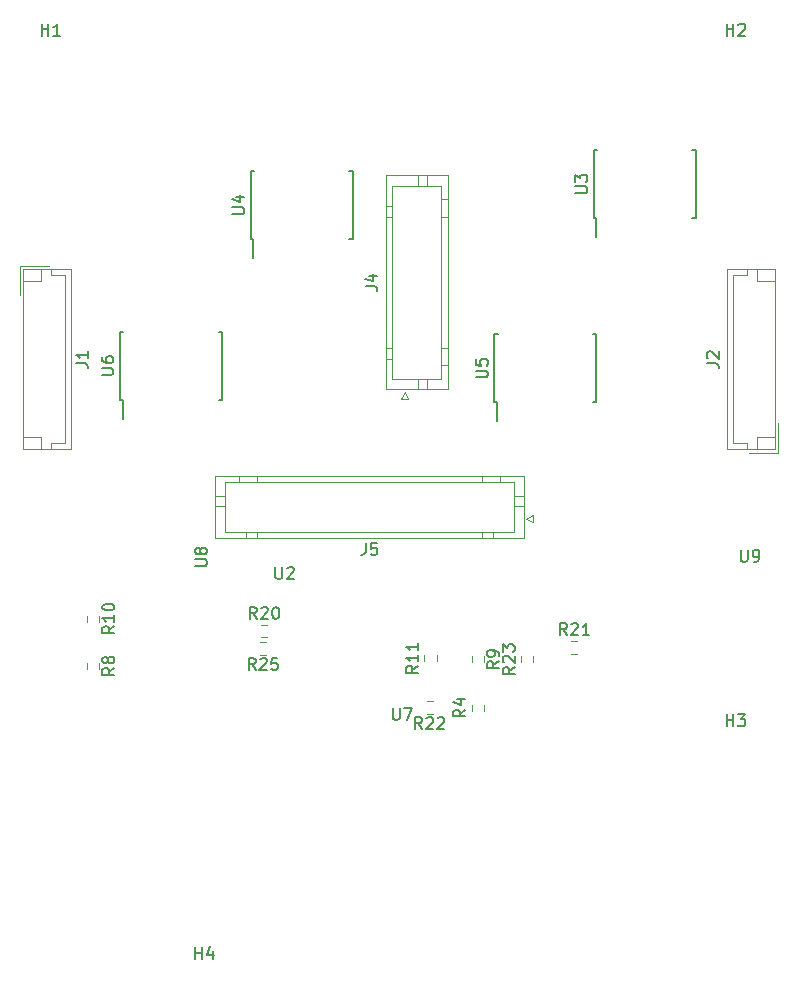
<source format=gbr>
%TF.GenerationSoftware,KiCad,Pcbnew,(7.0.0)*%
%TF.CreationDate,2024-02-13T04:28:46-03:00*%
%TF.ProjectId,pcb_peau_v1,7063625f-7065-4617-955f-76312e6b6963,rev?*%
%TF.SameCoordinates,Original*%
%TF.FileFunction,Legend,Top*%
%TF.FilePolarity,Positive*%
%FSLAX46Y46*%
G04 Gerber Fmt 4.6, Leading zero omitted, Abs format (unit mm)*
G04 Created by KiCad (PCBNEW (7.0.0)) date 2024-02-13 04:28:46*
%MOMM*%
%LPD*%
G01*
G04 APERTURE LIST*
%ADD10C,0.150000*%
%ADD11C,0.120000*%
G04 APERTURE END LIST*
D10*
%TO.C,U5*%
X214008192Y-78498211D02*
X214817716Y-78498211D01*
X214817716Y-78498211D02*
X214912954Y-78450592D01*
X214912954Y-78450592D02*
X214960573Y-78402973D01*
X214960573Y-78402973D02*
X215008192Y-78307735D01*
X215008192Y-78307735D02*
X215008192Y-78117259D01*
X215008192Y-78117259D02*
X214960573Y-78022021D01*
X214960573Y-78022021D02*
X214912954Y-77974402D01*
X214912954Y-77974402D02*
X214817716Y-77926783D01*
X214817716Y-77926783D02*
X214008192Y-77926783D01*
X214008192Y-76974402D02*
X214008192Y-77450592D01*
X214008192Y-77450592D02*
X214484383Y-77498211D01*
X214484383Y-77498211D02*
X214436764Y-77450592D01*
X214436764Y-77450592D02*
X214389145Y-77355354D01*
X214389145Y-77355354D02*
X214389145Y-77117259D01*
X214389145Y-77117259D02*
X214436764Y-77022021D01*
X214436764Y-77022021D02*
X214484383Y-76974402D01*
X214484383Y-76974402D02*
X214579621Y-76926783D01*
X214579621Y-76926783D02*
X214817716Y-76926783D01*
X214817716Y-76926783D02*
X214912954Y-76974402D01*
X214912954Y-76974402D02*
X214960573Y-77022021D01*
X214960573Y-77022021D02*
X215008192Y-77117259D01*
X215008192Y-77117259D02*
X215008192Y-77355354D01*
X215008192Y-77355354D02*
X214960573Y-77450592D01*
X214960573Y-77450592D02*
X214912954Y-77498211D01*
%TO.C,U6*%
X182316276Y-78274404D02*
X183125800Y-78274404D01*
X183125800Y-78274404D02*
X183221038Y-78226785D01*
X183221038Y-78226785D02*
X183268657Y-78179166D01*
X183268657Y-78179166D02*
X183316276Y-78083928D01*
X183316276Y-78083928D02*
X183316276Y-77893452D01*
X183316276Y-77893452D02*
X183268657Y-77798214D01*
X183268657Y-77798214D02*
X183221038Y-77750595D01*
X183221038Y-77750595D02*
X183125800Y-77702976D01*
X183125800Y-77702976D02*
X182316276Y-77702976D01*
X182316276Y-76798214D02*
X182316276Y-76988690D01*
X182316276Y-76988690D02*
X182363896Y-77083928D01*
X182363896Y-77083928D02*
X182411515Y-77131547D01*
X182411515Y-77131547D02*
X182554372Y-77226785D01*
X182554372Y-77226785D02*
X182744848Y-77274404D01*
X182744848Y-77274404D02*
X183125800Y-77274404D01*
X183125800Y-77274404D02*
X183221038Y-77226785D01*
X183221038Y-77226785D02*
X183268657Y-77179166D01*
X183268657Y-77179166D02*
X183316276Y-77083928D01*
X183316276Y-77083928D02*
X183316276Y-76893452D01*
X183316276Y-76893452D02*
X183268657Y-76798214D01*
X183268657Y-76798214D02*
X183221038Y-76750595D01*
X183221038Y-76750595D02*
X183125800Y-76702976D01*
X183125800Y-76702976D02*
X182887705Y-76702976D01*
X182887705Y-76702976D02*
X182792467Y-76750595D01*
X182792467Y-76750595D02*
X182744848Y-76798214D01*
X182744848Y-76798214D02*
X182697229Y-76893452D01*
X182697229Y-76893452D02*
X182697229Y-77083928D01*
X182697229Y-77083928D02*
X182744848Y-77179166D01*
X182744848Y-77179166D02*
X182792467Y-77226785D01*
X182792467Y-77226785D02*
X182887705Y-77274404D01*
%TO.C,R10*%
X183397380Y-99565357D02*
X182921190Y-99898690D01*
X183397380Y-100136785D02*
X182397380Y-100136785D01*
X182397380Y-100136785D02*
X182397380Y-99755833D01*
X182397380Y-99755833D02*
X182445000Y-99660595D01*
X182445000Y-99660595D02*
X182492619Y-99612976D01*
X182492619Y-99612976D02*
X182587857Y-99565357D01*
X182587857Y-99565357D02*
X182730714Y-99565357D01*
X182730714Y-99565357D02*
X182825952Y-99612976D01*
X182825952Y-99612976D02*
X182873571Y-99660595D01*
X182873571Y-99660595D02*
X182921190Y-99755833D01*
X182921190Y-99755833D02*
X182921190Y-100136785D01*
X183397380Y-98612976D02*
X183397380Y-99184404D01*
X183397380Y-98898690D02*
X182397380Y-98898690D01*
X182397380Y-98898690D02*
X182540238Y-98993928D01*
X182540238Y-98993928D02*
X182635476Y-99089166D01*
X182635476Y-99089166D02*
X182683095Y-99184404D01*
X182397380Y-97993928D02*
X182397380Y-97898690D01*
X182397380Y-97898690D02*
X182445000Y-97803452D01*
X182445000Y-97803452D02*
X182492619Y-97755833D01*
X182492619Y-97755833D02*
X182587857Y-97708214D01*
X182587857Y-97708214D02*
X182778333Y-97660595D01*
X182778333Y-97660595D02*
X183016428Y-97660595D01*
X183016428Y-97660595D02*
X183206904Y-97708214D01*
X183206904Y-97708214D02*
X183302142Y-97755833D01*
X183302142Y-97755833D02*
X183349761Y-97803452D01*
X183349761Y-97803452D02*
X183397380Y-97898690D01*
X183397380Y-97898690D02*
X183397380Y-97993928D01*
X183397380Y-97993928D02*
X183349761Y-98089166D01*
X183349761Y-98089166D02*
X183302142Y-98136785D01*
X183302142Y-98136785D02*
X183206904Y-98184404D01*
X183206904Y-98184404D02*
X183016428Y-98232023D01*
X183016428Y-98232023D02*
X182778333Y-98232023D01*
X182778333Y-98232023D02*
X182587857Y-98184404D01*
X182587857Y-98184404D02*
X182492619Y-98136785D01*
X182492619Y-98136785D02*
X182445000Y-98089166D01*
X182445000Y-98089166D02*
X182397380Y-97993928D01*
%TO.C,U3*%
X222433192Y-62898211D02*
X223242716Y-62898211D01*
X223242716Y-62898211D02*
X223337954Y-62850592D01*
X223337954Y-62850592D02*
X223385573Y-62802973D01*
X223385573Y-62802973D02*
X223433192Y-62707735D01*
X223433192Y-62707735D02*
X223433192Y-62517259D01*
X223433192Y-62517259D02*
X223385573Y-62422021D01*
X223385573Y-62422021D02*
X223337954Y-62374402D01*
X223337954Y-62374402D02*
X223242716Y-62326783D01*
X223242716Y-62326783D02*
X222433192Y-62326783D01*
X222433192Y-61945830D02*
X222433192Y-61326783D01*
X222433192Y-61326783D02*
X222814145Y-61660116D01*
X222814145Y-61660116D02*
X222814145Y-61517259D01*
X222814145Y-61517259D02*
X222861764Y-61422021D01*
X222861764Y-61422021D02*
X222909383Y-61374402D01*
X222909383Y-61374402D02*
X223004621Y-61326783D01*
X223004621Y-61326783D02*
X223242716Y-61326783D01*
X223242716Y-61326783D02*
X223337954Y-61374402D01*
X223337954Y-61374402D02*
X223385573Y-61422021D01*
X223385573Y-61422021D02*
X223433192Y-61517259D01*
X223433192Y-61517259D02*
X223433192Y-61802973D01*
X223433192Y-61802973D02*
X223385573Y-61898211D01*
X223385573Y-61898211D02*
X223337954Y-61945830D01*
%TO.C,U7*%
X206985095Y-106499880D02*
X206985095Y-107309404D01*
X206985095Y-107309404D02*
X207032714Y-107404642D01*
X207032714Y-107404642D02*
X207080333Y-107452261D01*
X207080333Y-107452261D02*
X207175571Y-107499880D01*
X207175571Y-107499880D02*
X207366047Y-107499880D01*
X207366047Y-107499880D02*
X207461285Y-107452261D01*
X207461285Y-107452261D02*
X207508904Y-107404642D01*
X207508904Y-107404642D02*
X207556523Y-107309404D01*
X207556523Y-107309404D02*
X207556523Y-106499880D01*
X207937476Y-106499880D02*
X208604142Y-106499880D01*
X208604142Y-106499880D02*
X208175571Y-107499880D01*
%TO.C,U8*%
X190237380Y-94477404D02*
X191046904Y-94477404D01*
X191046904Y-94477404D02*
X191142142Y-94429785D01*
X191142142Y-94429785D02*
X191189761Y-94382166D01*
X191189761Y-94382166D02*
X191237380Y-94286928D01*
X191237380Y-94286928D02*
X191237380Y-94096452D01*
X191237380Y-94096452D02*
X191189761Y-94001214D01*
X191189761Y-94001214D02*
X191142142Y-93953595D01*
X191142142Y-93953595D02*
X191046904Y-93905976D01*
X191046904Y-93905976D02*
X190237380Y-93905976D01*
X190665952Y-93286928D02*
X190618333Y-93382166D01*
X190618333Y-93382166D02*
X190570714Y-93429785D01*
X190570714Y-93429785D02*
X190475476Y-93477404D01*
X190475476Y-93477404D02*
X190427857Y-93477404D01*
X190427857Y-93477404D02*
X190332619Y-93429785D01*
X190332619Y-93429785D02*
X190285000Y-93382166D01*
X190285000Y-93382166D02*
X190237380Y-93286928D01*
X190237380Y-93286928D02*
X190237380Y-93096452D01*
X190237380Y-93096452D02*
X190285000Y-93001214D01*
X190285000Y-93001214D02*
X190332619Y-92953595D01*
X190332619Y-92953595D02*
X190427857Y-92905976D01*
X190427857Y-92905976D02*
X190475476Y-92905976D01*
X190475476Y-92905976D02*
X190570714Y-92953595D01*
X190570714Y-92953595D02*
X190618333Y-93001214D01*
X190618333Y-93001214D02*
X190665952Y-93096452D01*
X190665952Y-93096452D02*
X190665952Y-93286928D01*
X190665952Y-93286928D02*
X190713571Y-93382166D01*
X190713571Y-93382166D02*
X190761190Y-93429785D01*
X190761190Y-93429785D02*
X190856428Y-93477404D01*
X190856428Y-93477404D02*
X191046904Y-93477404D01*
X191046904Y-93477404D02*
X191142142Y-93429785D01*
X191142142Y-93429785D02*
X191189761Y-93382166D01*
X191189761Y-93382166D02*
X191237380Y-93286928D01*
X191237380Y-93286928D02*
X191237380Y-93096452D01*
X191237380Y-93096452D02*
X191189761Y-93001214D01*
X191189761Y-93001214D02*
X191142142Y-92953595D01*
X191142142Y-92953595D02*
X191046904Y-92905976D01*
X191046904Y-92905976D02*
X190856428Y-92905976D01*
X190856428Y-92905976D02*
X190761190Y-92953595D01*
X190761190Y-92953595D02*
X190713571Y-93001214D01*
X190713571Y-93001214D02*
X190665952Y-93096452D01*
%TO.C,H1*%
X177238095Y-49567380D02*
X177238095Y-48567380D01*
X177238095Y-49043571D02*
X177809523Y-49043571D01*
X177809523Y-49567380D02*
X177809523Y-48567380D01*
X178809523Y-49567380D02*
X178238095Y-49567380D01*
X178523809Y-49567380D02*
X178523809Y-48567380D01*
X178523809Y-48567380D02*
X178428571Y-48710238D01*
X178428571Y-48710238D02*
X178333333Y-48805476D01*
X178333333Y-48805476D02*
X178238095Y-48853095D01*
%TO.C,H3*%
X235238095Y-108029880D02*
X235238095Y-107029880D01*
X235238095Y-107506071D02*
X235809523Y-107506071D01*
X235809523Y-108029880D02*
X235809523Y-107029880D01*
X236190476Y-107029880D02*
X236809523Y-107029880D01*
X236809523Y-107029880D02*
X236476190Y-107410833D01*
X236476190Y-107410833D02*
X236619047Y-107410833D01*
X236619047Y-107410833D02*
X236714285Y-107458452D01*
X236714285Y-107458452D02*
X236761904Y-107506071D01*
X236761904Y-107506071D02*
X236809523Y-107601309D01*
X236809523Y-107601309D02*
X236809523Y-107839404D01*
X236809523Y-107839404D02*
X236761904Y-107934642D01*
X236761904Y-107934642D02*
X236714285Y-107982261D01*
X236714285Y-107982261D02*
X236619047Y-108029880D01*
X236619047Y-108029880D02*
X236333333Y-108029880D01*
X236333333Y-108029880D02*
X236238095Y-107982261D01*
X236238095Y-107982261D02*
X236190476Y-107934642D01*
%TO.C,R22*%
X209444642Y-108259880D02*
X209111309Y-107783690D01*
X208873214Y-108259880D02*
X208873214Y-107259880D01*
X208873214Y-107259880D02*
X209254166Y-107259880D01*
X209254166Y-107259880D02*
X209349404Y-107307500D01*
X209349404Y-107307500D02*
X209397023Y-107355119D01*
X209397023Y-107355119D02*
X209444642Y-107450357D01*
X209444642Y-107450357D02*
X209444642Y-107593214D01*
X209444642Y-107593214D02*
X209397023Y-107688452D01*
X209397023Y-107688452D02*
X209349404Y-107736071D01*
X209349404Y-107736071D02*
X209254166Y-107783690D01*
X209254166Y-107783690D02*
X208873214Y-107783690D01*
X209825595Y-107355119D02*
X209873214Y-107307500D01*
X209873214Y-107307500D02*
X209968452Y-107259880D01*
X209968452Y-107259880D02*
X210206547Y-107259880D01*
X210206547Y-107259880D02*
X210301785Y-107307500D01*
X210301785Y-107307500D02*
X210349404Y-107355119D01*
X210349404Y-107355119D02*
X210397023Y-107450357D01*
X210397023Y-107450357D02*
X210397023Y-107545595D01*
X210397023Y-107545595D02*
X210349404Y-107688452D01*
X210349404Y-107688452D02*
X209777976Y-108259880D01*
X209777976Y-108259880D02*
X210397023Y-108259880D01*
X210777976Y-107355119D02*
X210825595Y-107307500D01*
X210825595Y-107307500D02*
X210920833Y-107259880D01*
X210920833Y-107259880D02*
X211158928Y-107259880D01*
X211158928Y-107259880D02*
X211254166Y-107307500D01*
X211254166Y-107307500D02*
X211301785Y-107355119D01*
X211301785Y-107355119D02*
X211349404Y-107450357D01*
X211349404Y-107450357D02*
X211349404Y-107545595D01*
X211349404Y-107545595D02*
X211301785Y-107688452D01*
X211301785Y-107688452D02*
X210730357Y-108259880D01*
X210730357Y-108259880D02*
X211349404Y-108259880D01*
%TO.C,U2*%
X197031095Y-94559880D02*
X197031095Y-95369404D01*
X197031095Y-95369404D02*
X197078714Y-95464642D01*
X197078714Y-95464642D02*
X197126333Y-95512261D01*
X197126333Y-95512261D02*
X197221571Y-95559880D01*
X197221571Y-95559880D02*
X197412047Y-95559880D01*
X197412047Y-95559880D02*
X197507285Y-95512261D01*
X197507285Y-95512261D02*
X197554904Y-95464642D01*
X197554904Y-95464642D02*
X197602523Y-95369404D01*
X197602523Y-95369404D02*
X197602523Y-94559880D01*
X198031095Y-94655119D02*
X198078714Y-94607500D01*
X198078714Y-94607500D02*
X198173952Y-94559880D01*
X198173952Y-94559880D02*
X198412047Y-94559880D01*
X198412047Y-94559880D02*
X198507285Y-94607500D01*
X198507285Y-94607500D02*
X198554904Y-94655119D01*
X198554904Y-94655119D02*
X198602523Y-94750357D01*
X198602523Y-94750357D02*
X198602523Y-94845595D01*
X198602523Y-94845595D02*
X198554904Y-94988452D01*
X198554904Y-94988452D02*
X197983476Y-95559880D01*
X197983476Y-95559880D02*
X198602523Y-95559880D01*
%TO.C,H4*%
X190238095Y-127717380D02*
X190238095Y-126717380D01*
X190238095Y-127193571D02*
X190809523Y-127193571D01*
X190809523Y-127717380D02*
X190809523Y-126717380D01*
X191714285Y-127050714D02*
X191714285Y-127717380D01*
X191476190Y-126669761D02*
X191238095Y-127384047D01*
X191238095Y-127384047D02*
X191857142Y-127384047D01*
%TO.C,R4*%
X213112380Y-106629166D02*
X212636190Y-106962499D01*
X213112380Y-107200594D02*
X212112380Y-107200594D01*
X212112380Y-107200594D02*
X212112380Y-106819642D01*
X212112380Y-106819642D02*
X212160000Y-106724404D01*
X212160000Y-106724404D02*
X212207619Y-106676785D01*
X212207619Y-106676785D02*
X212302857Y-106629166D01*
X212302857Y-106629166D02*
X212445714Y-106629166D01*
X212445714Y-106629166D02*
X212540952Y-106676785D01*
X212540952Y-106676785D02*
X212588571Y-106724404D01*
X212588571Y-106724404D02*
X212636190Y-106819642D01*
X212636190Y-106819642D02*
X212636190Y-107200594D01*
X212445714Y-105772023D02*
X213112380Y-105772023D01*
X212064761Y-106010118D02*
X212779047Y-106248213D01*
X212779047Y-106248213D02*
X212779047Y-105629166D01*
%TO.C,U9*%
X236445095Y-93099880D02*
X236445095Y-93909404D01*
X236445095Y-93909404D02*
X236492714Y-94004642D01*
X236492714Y-94004642D02*
X236540333Y-94052261D01*
X236540333Y-94052261D02*
X236635571Y-94099880D01*
X236635571Y-94099880D02*
X236826047Y-94099880D01*
X236826047Y-94099880D02*
X236921285Y-94052261D01*
X236921285Y-94052261D02*
X236968904Y-94004642D01*
X236968904Y-94004642D02*
X237016523Y-93909404D01*
X237016523Y-93909404D02*
X237016523Y-93099880D01*
X237540333Y-94099880D02*
X237730809Y-94099880D01*
X237730809Y-94099880D02*
X237826047Y-94052261D01*
X237826047Y-94052261D02*
X237873666Y-94004642D01*
X237873666Y-94004642D02*
X237968904Y-93861785D01*
X237968904Y-93861785D02*
X238016523Y-93671309D01*
X238016523Y-93671309D02*
X238016523Y-93290357D01*
X238016523Y-93290357D02*
X237968904Y-93195119D01*
X237968904Y-93195119D02*
X237921285Y-93147500D01*
X237921285Y-93147500D02*
X237826047Y-93099880D01*
X237826047Y-93099880D02*
X237635571Y-93099880D01*
X237635571Y-93099880D02*
X237540333Y-93147500D01*
X237540333Y-93147500D02*
X237492714Y-93195119D01*
X237492714Y-93195119D02*
X237445095Y-93290357D01*
X237445095Y-93290357D02*
X237445095Y-93528452D01*
X237445095Y-93528452D02*
X237492714Y-93623690D01*
X237492714Y-93623690D02*
X237540333Y-93671309D01*
X237540333Y-93671309D02*
X237635571Y-93718928D01*
X237635571Y-93718928D02*
X237826047Y-93718928D01*
X237826047Y-93718928D02*
X237921285Y-93671309D01*
X237921285Y-93671309D02*
X237968904Y-93623690D01*
X237968904Y-93623690D02*
X238016523Y-93528452D01*
%TO.C,H2*%
X235238095Y-49567380D02*
X235238095Y-48567380D01*
X235238095Y-49043571D02*
X235809523Y-49043571D01*
X235809523Y-49567380D02*
X235809523Y-48567380D01*
X236238095Y-48662619D02*
X236285714Y-48615000D01*
X236285714Y-48615000D02*
X236380952Y-48567380D01*
X236380952Y-48567380D02*
X236619047Y-48567380D01*
X236619047Y-48567380D02*
X236714285Y-48615000D01*
X236714285Y-48615000D02*
X236761904Y-48662619D01*
X236761904Y-48662619D02*
X236809523Y-48757857D01*
X236809523Y-48757857D02*
X236809523Y-48853095D01*
X236809523Y-48853095D02*
X236761904Y-48995952D01*
X236761904Y-48995952D02*
X236190476Y-49567380D01*
X236190476Y-49567380D02*
X236809523Y-49567380D01*
%TO.C,R9*%
X215972380Y-102541666D02*
X215496190Y-102874999D01*
X215972380Y-103113094D02*
X214972380Y-103113094D01*
X214972380Y-103113094D02*
X214972380Y-102732142D01*
X214972380Y-102732142D02*
X215020000Y-102636904D01*
X215020000Y-102636904D02*
X215067619Y-102589285D01*
X215067619Y-102589285D02*
X215162857Y-102541666D01*
X215162857Y-102541666D02*
X215305714Y-102541666D01*
X215305714Y-102541666D02*
X215400952Y-102589285D01*
X215400952Y-102589285D02*
X215448571Y-102636904D01*
X215448571Y-102636904D02*
X215496190Y-102732142D01*
X215496190Y-102732142D02*
X215496190Y-103113094D01*
X215972380Y-102065475D02*
X215972380Y-101874999D01*
X215972380Y-101874999D02*
X215924761Y-101779761D01*
X215924761Y-101779761D02*
X215877142Y-101732142D01*
X215877142Y-101732142D02*
X215734285Y-101636904D01*
X215734285Y-101636904D02*
X215543809Y-101589285D01*
X215543809Y-101589285D02*
X215162857Y-101589285D01*
X215162857Y-101589285D02*
X215067619Y-101636904D01*
X215067619Y-101636904D02*
X215020000Y-101684523D01*
X215020000Y-101684523D02*
X214972380Y-101779761D01*
X214972380Y-101779761D02*
X214972380Y-101970237D01*
X214972380Y-101970237D02*
X215020000Y-102065475D01*
X215020000Y-102065475D02*
X215067619Y-102113094D01*
X215067619Y-102113094D02*
X215162857Y-102160713D01*
X215162857Y-102160713D02*
X215400952Y-102160713D01*
X215400952Y-102160713D02*
X215496190Y-102113094D01*
X215496190Y-102113094D02*
X215543809Y-102065475D01*
X215543809Y-102065475D02*
X215591428Y-101970237D01*
X215591428Y-101970237D02*
X215591428Y-101779761D01*
X215591428Y-101779761D02*
X215543809Y-101684523D01*
X215543809Y-101684523D02*
X215496190Y-101636904D01*
X215496190Y-101636904D02*
X215400952Y-101589285D01*
%TO.C,R8*%
X183397380Y-103089166D02*
X182921190Y-103422499D01*
X183397380Y-103660594D02*
X182397380Y-103660594D01*
X182397380Y-103660594D02*
X182397380Y-103279642D01*
X182397380Y-103279642D02*
X182445000Y-103184404D01*
X182445000Y-103184404D02*
X182492619Y-103136785D01*
X182492619Y-103136785D02*
X182587857Y-103089166D01*
X182587857Y-103089166D02*
X182730714Y-103089166D01*
X182730714Y-103089166D02*
X182825952Y-103136785D01*
X182825952Y-103136785D02*
X182873571Y-103184404D01*
X182873571Y-103184404D02*
X182921190Y-103279642D01*
X182921190Y-103279642D02*
X182921190Y-103660594D01*
X182825952Y-102517737D02*
X182778333Y-102612975D01*
X182778333Y-102612975D02*
X182730714Y-102660594D01*
X182730714Y-102660594D02*
X182635476Y-102708213D01*
X182635476Y-102708213D02*
X182587857Y-102708213D01*
X182587857Y-102708213D02*
X182492619Y-102660594D01*
X182492619Y-102660594D02*
X182445000Y-102612975D01*
X182445000Y-102612975D02*
X182397380Y-102517737D01*
X182397380Y-102517737D02*
X182397380Y-102327261D01*
X182397380Y-102327261D02*
X182445000Y-102232023D01*
X182445000Y-102232023D02*
X182492619Y-102184404D01*
X182492619Y-102184404D02*
X182587857Y-102136785D01*
X182587857Y-102136785D02*
X182635476Y-102136785D01*
X182635476Y-102136785D02*
X182730714Y-102184404D01*
X182730714Y-102184404D02*
X182778333Y-102232023D01*
X182778333Y-102232023D02*
X182825952Y-102327261D01*
X182825952Y-102327261D02*
X182825952Y-102517737D01*
X182825952Y-102517737D02*
X182873571Y-102612975D01*
X182873571Y-102612975D02*
X182921190Y-102660594D01*
X182921190Y-102660594D02*
X183016428Y-102708213D01*
X183016428Y-102708213D02*
X183206904Y-102708213D01*
X183206904Y-102708213D02*
X183302142Y-102660594D01*
X183302142Y-102660594D02*
X183349761Y-102612975D01*
X183349761Y-102612975D02*
X183397380Y-102517737D01*
X183397380Y-102517737D02*
X183397380Y-102327261D01*
X183397380Y-102327261D02*
X183349761Y-102232023D01*
X183349761Y-102232023D02*
X183302142Y-102184404D01*
X183302142Y-102184404D02*
X183206904Y-102136785D01*
X183206904Y-102136785D02*
X183016428Y-102136785D01*
X183016428Y-102136785D02*
X182921190Y-102184404D01*
X182921190Y-102184404D02*
X182873571Y-102232023D01*
X182873571Y-102232023D02*
X182825952Y-102327261D01*
%TO.C,R21*%
X221707142Y-100312380D02*
X221373809Y-99836190D01*
X221135714Y-100312380D02*
X221135714Y-99312380D01*
X221135714Y-99312380D02*
X221516666Y-99312380D01*
X221516666Y-99312380D02*
X221611904Y-99360000D01*
X221611904Y-99360000D02*
X221659523Y-99407619D01*
X221659523Y-99407619D02*
X221707142Y-99502857D01*
X221707142Y-99502857D02*
X221707142Y-99645714D01*
X221707142Y-99645714D02*
X221659523Y-99740952D01*
X221659523Y-99740952D02*
X221611904Y-99788571D01*
X221611904Y-99788571D02*
X221516666Y-99836190D01*
X221516666Y-99836190D02*
X221135714Y-99836190D01*
X222088095Y-99407619D02*
X222135714Y-99360000D01*
X222135714Y-99360000D02*
X222230952Y-99312380D01*
X222230952Y-99312380D02*
X222469047Y-99312380D01*
X222469047Y-99312380D02*
X222564285Y-99360000D01*
X222564285Y-99360000D02*
X222611904Y-99407619D01*
X222611904Y-99407619D02*
X222659523Y-99502857D01*
X222659523Y-99502857D02*
X222659523Y-99598095D01*
X222659523Y-99598095D02*
X222611904Y-99740952D01*
X222611904Y-99740952D02*
X222040476Y-100312380D01*
X222040476Y-100312380D02*
X222659523Y-100312380D01*
X223611904Y-100312380D02*
X223040476Y-100312380D01*
X223326190Y-100312380D02*
X223326190Y-99312380D01*
X223326190Y-99312380D02*
X223230952Y-99455238D01*
X223230952Y-99455238D02*
X223135714Y-99550476D01*
X223135714Y-99550476D02*
X223040476Y-99598095D01*
%TO.C,J2*%
X233567380Y-77295833D02*
X234281666Y-77295833D01*
X234281666Y-77295833D02*
X234424523Y-77343452D01*
X234424523Y-77343452D02*
X234519761Y-77438690D01*
X234519761Y-77438690D02*
X234567380Y-77581547D01*
X234567380Y-77581547D02*
X234567380Y-77676785D01*
X233662619Y-76867261D02*
X233615000Y-76819642D01*
X233615000Y-76819642D02*
X233567380Y-76724404D01*
X233567380Y-76724404D02*
X233567380Y-76486309D01*
X233567380Y-76486309D02*
X233615000Y-76391071D01*
X233615000Y-76391071D02*
X233662619Y-76343452D01*
X233662619Y-76343452D02*
X233757857Y-76295833D01*
X233757857Y-76295833D02*
X233853095Y-76295833D01*
X233853095Y-76295833D02*
X233995952Y-76343452D01*
X233995952Y-76343452D02*
X234567380Y-76914880D01*
X234567380Y-76914880D02*
X234567380Y-76295833D01*
%TO.C,J4*%
X204667380Y-70795833D02*
X205381666Y-70795833D01*
X205381666Y-70795833D02*
X205524523Y-70843452D01*
X205524523Y-70843452D02*
X205619761Y-70938690D01*
X205619761Y-70938690D02*
X205667380Y-71081547D01*
X205667380Y-71081547D02*
X205667380Y-71176785D01*
X205000714Y-69891071D02*
X205667380Y-69891071D01*
X204619761Y-70129166D02*
X205334047Y-70367261D01*
X205334047Y-70367261D02*
X205334047Y-69748214D01*
%TO.C,J1*%
X180167380Y-77295833D02*
X180881666Y-77295833D01*
X180881666Y-77295833D02*
X181024523Y-77343452D01*
X181024523Y-77343452D02*
X181119761Y-77438690D01*
X181119761Y-77438690D02*
X181167380Y-77581547D01*
X181167380Y-77581547D02*
X181167380Y-77676785D01*
X181167380Y-76295833D02*
X181167380Y-76867261D01*
X181167380Y-76581547D02*
X180167380Y-76581547D01*
X180167380Y-76581547D02*
X180310238Y-76676785D01*
X180310238Y-76676785D02*
X180405476Y-76772023D01*
X180405476Y-76772023D02*
X180453095Y-76867261D01*
%TO.C,R23*%
X217287380Y-103017857D02*
X216811190Y-103351190D01*
X217287380Y-103589285D02*
X216287380Y-103589285D01*
X216287380Y-103589285D02*
X216287380Y-103208333D01*
X216287380Y-103208333D02*
X216335000Y-103113095D01*
X216335000Y-103113095D02*
X216382619Y-103065476D01*
X216382619Y-103065476D02*
X216477857Y-103017857D01*
X216477857Y-103017857D02*
X216620714Y-103017857D01*
X216620714Y-103017857D02*
X216715952Y-103065476D01*
X216715952Y-103065476D02*
X216763571Y-103113095D01*
X216763571Y-103113095D02*
X216811190Y-103208333D01*
X216811190Y-103208333D02*
X216811190Y-103589285D01*
X216382619Y-102636904D02*
X216335000Y-102589285D01*
X216335000Y-102589285D02*
X216287380Y-102494047D01*
X216287380Y-102494047D02*
X216287380Y-102255952D01*
X216287380Y-102255952D02*
X216335000Y-102160714D01*
X216335000Y-102160714D02*
X216382619Y-102113095D01*
X216382619Y-102113095D02*
X216477857Y-102065476D01*
X216477857Y-102065476D02*
X216573095Y-102065476D01*
X216573095Y-102065476D02*
X216715952Y-102113095D01*
X216715952Y-102113095D02*
X217287380Y-102684523D01*
X217287380Y-102684523D02*
X217287380Y-102065476D01*
X216287380Y-101732142D02*
X216287380Y-101113095D01*
X216287380Y-101113095D02*
X216668333Y-101446428D01*
X216668333Y-101446428D02*
X216668333Y-101303571D01*
X216668333Y-101303571D02*
X216715952Y-101208333D01*
X216715952Y-101208333D02*
X216763571Y-101160714D01*
X216763571Y-101160714D02*
X216858809Y-101113095D01*
X216858809Y-101113095D02*
X217096904Y-101113095D01*
X217096904Y-101113095D02*
X217192142Y-101160714D01*
X217192142Y-101160714D02*
X217239761Y-101208333D01*
X217239761Y-101208333D02*
X217287380Y-101303571D01*
X217287380Y-101303571D02*
X217287380Y-101589285D01*
X217287380Y-101589285D02*
X217239761Y-101684523D01*
X217239761Y-101684523D02*
X217192142Y-101732142D01*
%TO.C,U4*%
X193391276Y-64674404D02*
X194200800Y-64674404D01*
X194200800Y-64674404D02*
X194296038Y-64626785D01*
X194296038Y-64626785D02*
X194343657Y-64579166D01*
X194343657Y-64579166D02*
X194391276Y-64483928D01*
X194391276Y-64483928D02*
X194391276Y-64293452D01*
X194391276Y-64293452D02*
X194343657Y-64198214D01*
X194343657Y-64198214D02*
X194296038Y-64150595D01*
X194296038Y-64150595D02*
X194200800Y-64102976D01*
X194200800Y-64102976D02*
X193391276Y-64102976D01*
X193724610Y-63198214D02*
X194391276Y-63198214D01*
X193343657Y-63436309D02*
X194057943Y-63674404D01*
X194057943Y-63674404D02*
X194057943Y-63055357D01*
%TO.C,R11*%
X209112380Y-102930357D02*
X208636190Y-103263690D01*
X209112380Y-103501785D02*
X208112380Y-103501785D01*
X208112380Y-103501785D02*
X208112380Y-103120833D01*
X208112380Y-103120833D02*
X208160000Y-103025595D01*
X208160000Y-103025595D02*
X208207619Y-102977976D01*
X208207619Y-102977976D02*
X208302857Y-102930357D01*
X208302857Y-102930357D02*
X208445714Y-102930357D01*
X208445714Y-102930357D02*
X208540952Y-102977976D01*
X208540952Y-102977976D02*
X208588571Y-103025595D01*
X208588571Y-103025595D02*
X208636190Y-103120833D01*
X208636190Y-103120833D02*
X208636190Y-103501785D01*
X209112380Y-101977976D02*
X209112380Y-102549404D01*
X209112380Y-102263690D02*
X208112380Y-102263690D01*
X208112380Y-102263690D02*
X208255238Y-102358928D01*
X208255238Y-102358928D02*
X208350476Y-102454166D01*
X208350476Y-102454166D02*
X208398095Y-102549404D01*
X209112380Y-101025595D02*
X209112380Y-101597023D01*
X209112380Y-101311309D02*
X208112380Y-101311309D01*
X208112380Y-101311309D02*
X208255238Y-101406547D01*
X208255238Y-101406547D02*
X208350476Y-101501785D01*
X208350476Y-101501785D02*
X208398095Y-101597023D01*
%TO.C,J5*%
X204666666Y-92529880D02*
X204666666Y-93244166D01*
X204666666Y-93244166D02*
X204619047Y-93387023D01*
X204619047Y-93387023D02*
X204523809Y-93482261D01*
X204523809Y-93482261D02*
X204380952Y-93529880D01*
X204380952Y-93529880D02*
X204285714Y-93529880D01*
X205619047Y-92529880D02*
X205142857Y-92529880D01*
X205142857Y-92529880D02*
X205095238Y-93006071D01*
X205095238Y-93006071D02*
X205142857Y-92958452D01*
X205142857Y-92958452D02*
X205238095Y-92910833D01*
X205238095Y-92910833D02*
X205476190Y-92910833D01*
X205476190Y-92910833D02*
X205571428Y-92958452D01*
X205571428Y-92958452D02*
X205619047Y-93006071D01*
X205619047Y-93006071D02*
X205666666Y-93101309D01*
X205666666Y-93101309D02*
X205666666Y-93339404D01*
X205666666Y-93339404D02*
X205619047Y-93434642D01*
X205619047Y-93434642D02*
X205571428Y-93482261D01*
X205571428Y-93482261D02*
X205476190Y-93529880D01*
X205476190Y-93529880D02*
X205238095Y-93529880D01*
X205238095Y-93529880D02*
X205142857Y-93482261D01*
X205142857Y-93482261D02*
X205095238Y-93434642D01*
%TO.C,R20*%
X195444642Y-98937380D02*
X195111309Y-98461190D01*
X194873214Y-98937380D02*
X194873214Y-97937380D01*
X194873214Y-97937380D02*
X195254166Y-97937380D01*
X195254166Y-97937380D02*
X195349404Y-97985000D01*
X195349404Y-97985000D02*
X195397023Y-98032619D01*
X195397023Y-98032619D02*
X195444642Y-98127857D01*
X195444642Y-98127857D02*
X195444642Y-98270714D01*
X195444642Y-98270714D02*
X195397023Y-98365952D01*
X195397023Y-98365952D02*
X195349404Y-98413571D01*
X195349404Y-98413571D02*
X195254166Y-98461190D01*
X195254166Y-98461190D02*
X194873214Y-98461190D01*
X195825595Y-98032619D02*
X195873214Y-97985000D01*
X195873214Y-97985000D02*
X195968452Y-97937380D01*
X195968452Y-97937380D02*
X196206547Y-97937380D01*
X196206547Y-97937380D02*
X196301785Y-97985000D01*
X196301785Y-97985000D02*
X196349404Y-98032619D01*
X196349404Y-98032619D02*
X196397023Y-98127857D01*
X196397023Y-98127857D02*
X196397023Y-98223095D01*
X196397023Y-98223095D02*
X196349404Y-98365952D01*
X196349404Y-98365952D02*
X195777976Y-98937380D01*
X195777976Y-98937380D02*
X196397023Y-98937380D01*
X197016071Y-97937380D02*
X197111309Y-97937380D01*
X197111309Y-97937380D02*
X197206547Y-97985000D01*
X197206547Y-97985000D02*
X197254166Y-98032619D01*
X197254166Y-98032619D02*
X197301785Y-98127857D01*
X197301785Y-98127857D02*
X197349404Y-98318333D01*
X197349404Y-98318333D02*
X197349404Y-98556428D01*
X197349404Y-98556428D02*
X197301785Y-98746904D01*
X197301785Y-98746904D02*
X197254166Y-98842142D01*
X197254166Y-98842142D02*
X197206547Y-98889761D01*
X197206547Y-98889761D02*
X197111309Y-98937380D01*
X197111309Y-98937380D02*
X197016071Y-98937380D01*
X197016071Y-98937380D02*
X196920833Y-98889761D01*
X196920833Y-98889761D02*
X196873214Y-98842142D01*
X196873214Y-98842142D02*
X196825595Y-98746904D01*
X196825595Y-98746904D02*
X196777976Y-98556428D01*
X196777976Y-98556428D02*
X196777976Y-98318333D01*
X196777976Y-98318333D02*
X196825595Y-98127857D01*
X196825595Y-98127857D02*
X196873214Y-98032619D01*
X196873214Y-98032619D02*
X196920833Y-97985000D01*
X196920833Y-97985000D02*
X197016071Y-97937380D01*
%TO.C,R25*%
X195357142Y-103259880D02*
X195023809Y-102783690D01*
X194785714Y-103259880D02*
X194785714Y-102259880D01*
X194785714Y-102259880D02*
X195166666Y-102259880D01*
X195166666Y-102259880D02*
X195261904Y-102307500D01*
X195261904Y-102307500D02*
X195309523Y-102355119D01*
X195309523Y-102355119D02*
X195357142Y-102450357D01*
X195357142Y-102450357D02*
X195357142Y-102593214D01*
X195357142Y-102593214D02*
X195309523Y-102688452D01*
X195309523Y-102688452D02*
X195261904Y-102736071D01*
X195261904Y-102736071D02*
X195166666Y-102783690D01*
X195166666Y-102783690D02*
X194785714Y-102783690D01*
X195738095Y-102355119D02*
X195785714Y-102307500D01*
X195785714Y-102307500D02*
X195880952Y-102259880D01*
X195880952Y-102259880D02*
X196119047Y-102259880D01*
X196119047Y-102259880D02*
X196214285Y-102307500D01*
X196214285Y-102307500D02*
X196261904Y-102355119D01*
X196261904Y-102355119D02*
X196309523Y-102450357D01*
X196309523Y-102450357D02*
X196309523Y-102545595D01*
X196309523Y-102545595D02*
X196261904Y-102688452D01*
X196261904Y-102688452D02*
X195690476Y-103259880D01*
X195690476Y-103259880D02*
X196309523Y-103259880D01*
X197214285Y-102259880D02*
X196738095Y-102259880D01*
X196738095Y-102259880D02*
X196690476Y-102736071D01*
X196690476Y-102736071D02*
X196738095Y-102688452D01*
X196738095Y-102688452D02*
X196833333Y-102640833D01*
X196833333Y-102640833D02*
X197071428Y-102640833D01*
X197071428Y-102640833D02*
X197166666Y-102688452D01*
X197166666Y-102688452D02*
X197214285Y-102736071D01*
X197214285Y-102736071D02*
X197261904Y-102831309D01*
X197261904Y-102831309D02*
X197261904Y-103069404D01*
X197261904Y-103069404D02*
X197214285Y-103164642D01*
X197214285Y-103164642D02*
X197166666Y-103212261D01*
X197166666Y-103212261D02*
X197071428Y-103259880D01*
X197071428Y-103259880D02*
X196833333Y-103259880D01*
X196833333Y-103259880D02*
X196738095Y-103212261D01*
X196738095Y-103212261D02*
X196690476Y-103164642D01*
%TO.C,U5*%
X215565812Y-80611307D02*
X215790812Y-80611307D01*
X215565812Y-80611307D02*
X215565812Y-74861307D01*
X215790812Y-80611307D02*
X215790812Y-82211307D01*
X224215812Y-80611307D02*
X223915812Y-80611307D01*
X224215812Y-80611307D02*
X224215812Y-74861307D01*
X215565812Y-74861307D02*
X215865812Y-74861307D01*
X224215812Y-74861307D02*
X223915812Y-74861307D01*
%TO.C,U6*%
X183873896Y-80387500D02*
X184098896Y-80387500D01*
X183873896Y-80387500D02*
X183873896Y-74637500D01*
X184098896Y-80387500D02*
X184098896Y-81987500D01*
X192523896Y-80387500D02*
X192223896Y-80387500D01*
X192523896Y-80387500D02*
X192523896Y-74637500D01*
X183873896Y-74637500D02*
X184173896Y-74637500D01*
X192523896Y-74637500D02*
X192223896Y-74637500D01*
D11*
%TO.C,R10*%
X182122500Y-98667776D02*
X182122500Y-99177224D01*
X181077500Y-98667776D02*
X181077500Y-99177224D01*
D10*
%TO.C,U3*%
X223990812Y-65011307D02*
X224215812Y-65011307D01*
X223990812Y-65011307D02*
X223990812Y-59261307D01*
X224215812Y-65011307D02*
X224215812Y-66611307D01*
X232640812Y-65011307D02*
X232340812Y-65011307D01*
X232640812Y-65011307D02*
X232640812Y-59261307D01*
X223990812Y-59261307D02*
X224290812Y-59261307D01*
X232640812Y-59261307D02*
X232340812Y-59261307D01*
D11*
%TO.C,R22*%
X210342224Y-106985000D02*
X209832776Y-106985000D01*
X210342224Y-105940000D02*
X209832776Y-105940000D01*
%TO.C,R4*%
X213652500Y-106717224D02*
X213652500Y-106207776D01*
X214697500Y-106717224D02*
X214697500Y-106207776D01*
%TO.C,R9*%
X214697500Y-102120276D02*
X214697500Y-102629724D01*
X213652500Y-102120276D02*
X213652500Y-102629724D01*
%TO.C,R8*%
X182122500Y-102667776D02*
X182122500Y-103177224D01*
X181077500Y-102667776D02*
X181077500Y-103177224D01*
%TO.C,R21*%
X222095276Y-100852500D02*
X222604724Y-100852500D01*
X222095276Y-101897500D02*
X222604724Y-101897500D01*
%TO.C,J2*%
X237110000Y-84872500D02*
X239610000Y-84872500D01*
X239610000Y-84872500D02*
X239610000Y-82372500D01*
X235290000Y-84572500D02*
X239310000Y-84572500D01*
X237000000Y-84572500D02*
X237000000Y-84072500D01*
X237810000Y-84572500D02*
X237810000Y-83572500D01*
X239310000Y-84572500D02*
X239310000Y-69352500D01*
X235790000Y-84072500D02*
X235790000Y-69852500D01*
X237000000Y-84072500D02*
X235790000Y-84072500D01*
X237810000Y-83572500D02*
X239310000Y-83572500D01*
X237810000Y-70352500D02*
X239310000Y-70352500D01*
X235790000Y-69852500D02*
X237000000Y-69852500D01*
X237000000Y-69852500D02*
X237000000Y-69352500D01*
X235290000Y-69352500D02*
X235290000Y-84572500D01*
X237810000Y-69352500D02*
X237810000Y-70352500D01*
X239310000Y-69352500D02*
X235290000Y-69352500D01*
%TO.C,J4*%
X207700000Y-80322500D02*
X208000000Y-79722500D01*
X208300000Y-80322500D02*
X207700000Y-80322500D01*
X208000000Y-79722500D02*
X208300000Y-80322500D01*
X206390000Y-79522500D02*
X211610000Y-79522500D01*
X209100000Y-79522500D02*
X209100000Y-78662500D01*
X209900000Y-79522500D02*
X209900000Y-78662500D01*
X211610000Y-79522500D02*
X211610000Y-61402500D01*
X206900000Y-78662500D02*
X211100000Y-78662500D01*
X211100000Y-78662500D02*
X211100000Y-62262500D01*
X211610000Y-77492500D02*
X211100000Y-77492500D01*
X206390000Y-76932500D02*
X206900000Y-76932500D01*
X206390000Y-75992500D02*
X206900000Y-75992500D01*
X211610000Y-75992500D02*
X211100000Y-75992500D01*
X206390000Y-64932500D02*
X206900000Y-64932500D01*
X211610000Y-64932500D02*
X211100000Y-64932500D01*
X206390000Y-63992500D02*
X206900000Y-63992500D01*
X211610000Y-63432500D02*
X211100000Y-63432500D01*
X206900000Y-62262500D02*
X206900000Y-78662500D01*
X211100000Y-62262500D02*
X206900000Y-62262500D01*
X206390000Y-61402500D02*
X206390000Y-79522500D01*
X209100000Y-61402500D02*
X209100000Y-62262500D01*
X209900000Y-61402500D02*
X209900000Y-62262500D01*
X211610000Y-61402500D02*
X206390000Y-61402500D01*
%TO.C,J1*%
X177890000Y-69052500D02*
X175390000Y-69052500D01*
X175390000Y-69052500D02*
X175390000Y-71552500D01*
X179710000Y-69352500D02*
X175690000Y-69352500D01*
X178000000Y-69352500D02*
X178000000Y-69852500D01*
X177190000Y-69352500D02*
X177190000Y-70352500D01*
X175690000Y-69352500D02*
X175690000Y-84572500D01*
X179210000Y-69852500D02*
X179210000Y-84072500D01*
X178000000Y-69852500D02*
X179210000Y-69852500D01*
X177190000Y-70352500D02*
X175690000Y-70352500D01*
X177190000Y-83572500D02*
X175690000Y-83572500D01*
X179210000Y-84072500D02*
X178000000Y-84072500D01*
X178000000Y-84072500D02*
X178000000Y-84572500D01*
X179710000Y-84572500D02*
X179710000Y-69352500D01*
X177190000Y-84572500D02*
X177190000Y-83572500D01*
X175690000Y-84572500D02*
X179710000Y-84572500D01*
%TO.C,R23*%
X217827500Y-102629724D02*
X217827500Y-102120276D01*
X218872500Y-102629724D02*
X218872500Y-102120276D01*
D10*
%TO.C,U4*%
X194948896Y-66787500D02*
X195173896Y-66787500D01*
X194948896Y-66787500D02*
X194948896Y-61037500D01*
X195173896Y-66787500D02*
X195173896Y-68387500D01*
X203598896Y-66787500D02*
X203298896Y-66787500D01*
X203598896Y-66787500D02*
X203598896Y-61037500D01*
X194948896Y-61037500D02*
X195248896Y-61037500D01*
X203598896Y-61037500D02*
X203298896Y-61037500D01*
D11*
%TO.C,R11*%
X209652500Y-102542224D02*
X209652500Y-102032776D01*
X210697500Y-102542224D02*
X210697500Y-102032776D01*
%TO.C,J5*%
X218860000Y-90762500D02*
X218260000Y-90462500D01*
X218860000Y-90162500D02*
X218860000Y-90762500D01*
X218260000Y-90462500D02*
X218860000Y-90162500D01*
X218060000Y-92072500D02*
X218060000Y-86852500D01*
X218060000Y-89362500D02*
X217200000Y-89362500D01*
X218060000Y-88562500D02*
X217200000Y-88562500D01*
X218060000Y-86852500D02*
X191940000Y-86852500D01*
X217200000Y-91562500D02*
X217200000Y-87362500D01*
X217200000Y-87362500D02*
X192800000Y-87362500D01*
X216030000Y-86852500D02*
X216030000Y-87362500D01*
X215470000Y-92072500D02*
X215470000Y-91562500D01*
X214530000Y-92072500D02*
X214530000Y-91562500D01*
X214530000Y-86852500D02*
X214530000Y-87362500D01*
X195470000Y-92072500D02*
X195470000Y-91562500D01*
X195470000Y-86852500D02*
X195470000Y-87362500D01*
X194530000Y-92072500D02*
X194530000Y-91562500D01*
X193970000Y-86852500D02*
X193970000Y-87362500D01*
X192800000Y-91562500D02*
X217200000Y-91562500D01*
X192800000Y-87362500D02*
X192800000Y-91562500D01*
X191940000Y-92072500D02*
X218060000Y-92072500D01*
X191940000Y-89362500D02*
X192800000Y-89362500D01*
X191940000Y-88562500D02*
X192800000Y-88562500D01*
X191940000Y-86852500D02*
X191940000Y-92072500D01*
%TO.C,R20*%
X195832776Y-99477500D02*
X196342224Y-99477500D01*
X195832776Y-100522500D02*
X196342224Y-100522500D01*
%TO.C,R25*%
X196254724Y-101985000D02*
X195745276Y-101985000D01*
X196254724Y-100940000D02*
X195745276Y-100940000D01*
%TD*%
M02*

</source>
